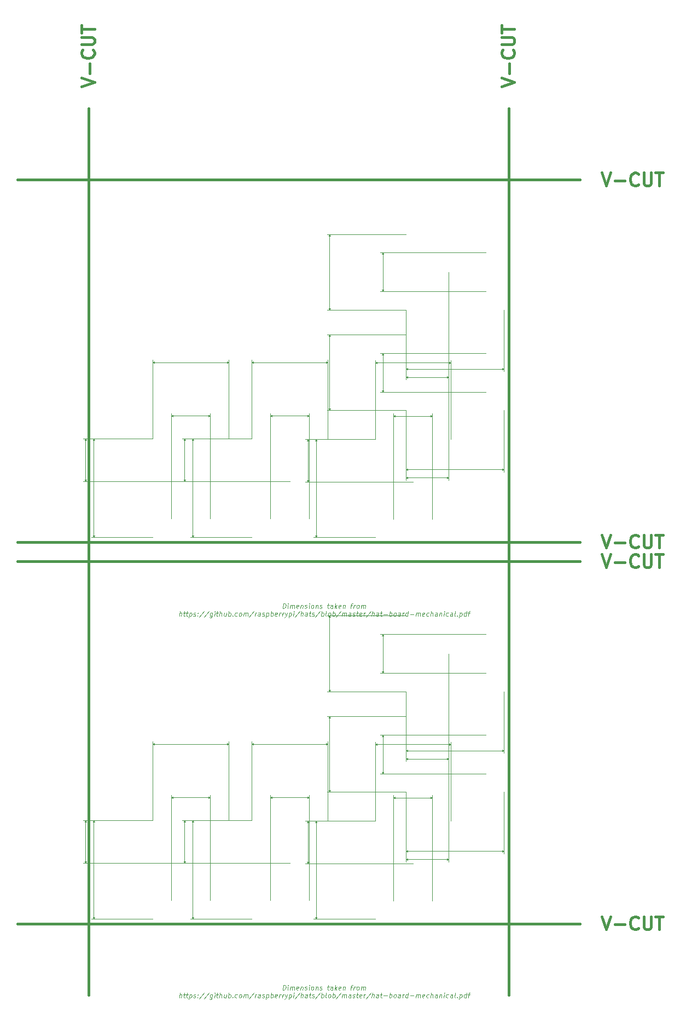
<source format=gbr>
G04 #@! TF.GenerationSoftware,KiCad,Pcbnew,6.0.7+dfsg-1+b1*
G04 #@! TF.CreationDate,2022-09-08T22:48:16+01:00*
G04 #@! TF.ProjectId,panel,70616e65-6c2e-46b6-9963-61645f706362,rev?*
G04 #@! TF.SameCoordinates,Original*
G04 #@! TF.FileFunction,Other,Comment*
%FSLAX46Y46*%
G04 Gerber Fmt 4.6, Leading zero omitted, Abs format (unit mm)*
G04 Created by KiCad (PCBNEW 6.0.7+dfsg-1+b1) date 2022-09-08 22:48:16*
%MOMM*%
%LPD*%
G01*
G04 APERTURE LIST*
%ADD10C,0.400000*%
%ADD11C,0.120000*%
%ADD12C,0.100000*%
G04 APERTURE END LIST*
D10*
X12000000Y-23000000D02*
X99000000Y-23000000D01*
X12000000Y-138000000D02*
X99000000Y-138000000D01*
X88000000Y-12000000D02*
X88000000Y-149000000D01*
X23000000Y-12000000D02*
X23000000Y-149000000D01*
X12000000Y-79000000D02*
X99000000Y-79000000D01*
X12000000Y-82000000D02*
X99000000Y-82000000D01*
X102450476Y-21904761D02*
X103117142Y-23904761D01*
X103783809Y-21904761D01*
X104450476Y-23142857D02*
X105974285Y-23142857D01*
X108069523Y-23714285D02*
X107974285Y-23809523D01*
X107688571Y-23904761D01*
X107498095Y-23904761D01*
X107212380Y-23809523D01*
X107021904Y-23619047D01*
X106926666Y-23428571D01*
X106831428Y-23047619D01*
X106831428Y-22761904D01*
X106926666Y-22380952D01*
X107021904Y-22190476D01*
X107212380Y-22000000D01*
X107498095Y-21904761D01*
X107688571Y-21904761D01*
X107974285Y-22000000D01*
X108069523Y-22095238D01*
X108926666Y-21904761D02*
X108926666Y-23523809D01*
X109021904Y-23714285D01*
X109117142Y-23809523D01*
X109307619Y-23904761D01*
X109688571Y-23904761D01*
X109879047Y-23809523D01*
X109974285Y-23714285D01*
X110069523Y-23523809D01*
X110069523Y-21904761D01*
X110736190Y-21904761D02*
X111879047Y-21904761D01*
X111307619Y-23904761D02*
X111307619Y-21904761D01*
X86904761Y-8549523D02*
X88904761Y-7882857D01*
X86904761Y-7216190D01*
X88142857Y-6549523D02*
X88142857Y-5025714D01*
X88714285Y-2930476D02*
X88809523Y-3025714D01*
X88904761Y-3311428D01*
X88904761Y-3501904D01*
X88809523Y-3787619D01*
X88619047Y-3978095D01*
X88428571Y-4073333D01*
X88047619Y-4168571D01*
X87761904Y-4168571D01*
X87380952Y-4073333D01*
X87190476Y-3978095D01*
X87000000Y-3787619D01*
X86904761Y-3501904D01*
X86904761Y-3311428D01*
X87000000Y-3025714D01*
X87095238Y-2930476D01*
X86904761Y-2073333D02*
X88523809Y-2073333D01*
X88714285Y-1978095D01*
X88809523Y-1882857D01*
X88904761Y-1692380D01*
X88904761Y-1311428D01*
X88809523Y-1120952D01*
X88714285Y-1025714D01*
X88523809Y-930476D01*
X86904761Y-930476D01*
X86904761Y-263809D02*
X86904761Y879047D01*
X88904761Y307619D02*
X86904761Y307619D01*
X102450476Y-77904761D02*
X103117142Y-79904761D01*
X103783809Y-77904761D01*
X104450476Y-79142857D02*
X105974285Y-79142857D01*
X108069523Y-79714285D02*
X107974285Y-79809523D01*
X107688571Y-79904761D01*
X107498095Y-79904761D01*
X107212380Y-79809523D01*
X107021904Y-79619047D01*
X106926666Y-79428571D01*
X106831428Y-79047619D01*
X106831428Y-78761904D01*
X106926666Y-78380952D01*
X107021904Y-78190476D01*
X107212380Y-78000000D01*
X107498095Y-77904761D01*
X107688571Y-77904761D01*
X107974285Y-78000000D01*
X108069523Y-78095238D01*
X108926666Y-77904761D02*
X108926666Y-79523809D01*
X109021904Y-79714285D01*
X109117142Y-79809523D01*
X109307619Y-79904761D01*
X109688571Y-79904761D01*
X109879047Y-79809523D01*
X109974285Y-79714285D01*
X110069523Y-79523809D01*
X110069523Y-77904761D01*
X110736190Y-77904761D02*
X111879047Y-77904761D01*
X111307619Y-79904761D02*
X111307619Y-77904761D01*
D11*
X53053995Y-89235535D02*
X53147745Y-88485535D01*
X53326316Y-88485535D01*
X53428995Y-88521250D01*
X53491495Y-88592678D01*
X53518281Y-88664107D01*
X53536138Y-88806964D01*
X53522745Y-88914107D01*
X53469174Y-89056964D01*
X53424531Y-89128392D01*
X53344174Y-89199821D01*
X53232566Y-89235535D01*
X53053995Y-89235535D01*
X53803995Y-89235535D02*
X53866495Y-88735535D01*
X53897745Y-88485535D02*
X53857566Y-88521250D01*
X53888816Y-88556964D01*
X53928995Y-88521250D01*
X53897745Y-88485535D01*
X53888816Y-88556964D01*
X54161138Y-89235535D02*
X54223638Y-88735535D01*
X54214709Y-88806964D02*
X54254888Y-88771250D01*
X54330781Y-88735535D01*
X54437924Y-88735535D01*
X54504888Y-88771250D01*
X54531674Y-88842678D01*
X54482566Y-89235535D01*
X54531674Y-88842678D02*
X54576316Y-88771250D01*
X54652209Y-88735535D01*
X54759352Y-88735535D01*
X54826316Y-88771250D01*
X54853102Y-88842678D01*
X54803995Y-89235535D01*
X55451316Y-89199821D02*
X55375424Y-89235535D01*
X55232566Y-89235535D01*
X55165602Y-89199821D01*
X55138816Y-89128392D01*
X55174531Y-88842678D01*
X55219174Y-88771250D01*
X55295066Y-88735535D01*
X55437924Y-88735535D01*
X55504888Y-88771250D01*
X55531674Y-88842678D01*
X55522745Y-88914107D01*
X55156674Y-88985535D01*
X55866495Y-88735535D02*
X55803995Y-89235535D01*
X55857566Y-88806964D02*
X55897745Y-88771250D01*
X55973638Y-88735535D01*
X56080781Y-88735535D01*
X56147745Y-88771250D01*
X56174531Y-88842678D01*
X56125424Y-89235535D01*
X56451316Y-89199821D02*
X56518281Y-89235535D01*
X56661138Y-89235535D01*
X56737031Y-89199821D01*
X56781674Y-89128392D01*
X56786138Y-89092678D01*
X56759352Y-89021250D01*
X56692388Y-88985535D01*
X56585245Y-88985535D01*
X56518281Y-88949821D01*
X56491495Y-88878392D01*
X56495959Y-88842678D01*
X56540602Y-88771250D01*
X56616495Y-88735535D01*
X56723638Y-88735535D01*
X56790602Y-88771250D01*
X57089709Y-89235535D02*
X57152209Y-88735535D01*
X57183459Y-88485535D02*
X57143281Y-88521250D01*
X57174531Y-88556964D01*
X57214709Y-88521250D01*
X57183459Y-88485535D01*
X57174531Y-88556964D01*
X57553995Y-89235535D02*
X57487031Y-89199821D01*
X57455781Y-89164107D01*
X57428995Y-89092678D01*
X57455781Y-88878392D01*
X57500424Y-88806964D01*
X57540602Y-88771250D01*
X57616495Y-88735535D01*
X57723638Y-88735535D01*
X57790602Y-88771250D01*
X57821852Y-88806964D01*
X57848638Y-88878392D01*
X57821852Y-89092678D01*
X57777209Y-89164107D01*
X57737031Y-89199821D01*
X57661138Y-89235535D01*
X57553995Y-89235535D01*
X58187924Y-88735535D02*
X58125424Y-89235535D01*
X58178995Y-88806964D02*
X58219174Y-88771250D01*
X58295066Y-88735535D01*
X58402209Y-88735535D01*
X58469174Y-88771250D01*
X58495959Y-88842678D01*
X58446852Y-89235535D01*
X58772745Y-89199821D02*
X58839709Y-89235535D01*
X58982566Y-89235535D01*
X59058459Y-89199821D01*
X59103102Y-89128392D01*
X59107566Y-89092678D01*
X59080781Y-89021250D01*
X59013816Y-88985535D01*
X58906674Y-88985535D01*
X58839709Y-88949821D01*
X58812924Y-88878392D01*
X58817388Y-88842678D01*
X58862031Y-88771250D01*
X58937924Y-88735535D01*
X59045066Y-88735535D01*
X59112031Y-88771250D01*
X59937924Y-88735535D02*
X60223638Y-88735535D01*
X60076316Y-88485535D02*
X59995959Y-89128392D01*
X60022745Y-89199821D01*
X60089709Y-89235535D01*
X60161138Y-89235535D01*
X60732566Y-89235535D02*
X60781674Y-88842678D01*
X60754888Y-88771250D01*
X60687924Y-88735535D01*
X60545066Y-88735535D01*
X60469174Y-88771250D01*
X60737031Y-89199821D02*
X60661138Y-89235535D01*
X60482566Y-89235535D01*
X60415602Y-89199821D01*
X60388816Y-89128392D01*
X60397745Y-89056964D01*
X60442388Y-88985535D01*
X60518281Y-88949821D01*
X60696852Y-88949821D01*
X60772745Y-88914107D01*
X61089709Y-89235535D02*
X61183459Y-88485535D01*
X61196852Y-88949821D02*
X61375424Y-89235535D01*
X61437924Y-88735535D02*
X61116495Y-89021250D01*
X61987031Y-89199821D02*
X61911138Y-89235535D01*
X61768281Y-89235535D01*
X61701316Y-89199821D01*
X61674531Y-89128392D01*
X61710245Y-88842678D01*
X61754888Y-88771250D01*
X61830781Y-88735535D01*
X61973638Y-88735535D01*
X62040602Y-88771250D01*
X62067388Y-88842678D01*
X62058459Y-88914107D01*
X61692388Y-88985535D01*
X62402209Y-88735535D02*
X62339709Y-89235535D01*
X62393281Y-88806964D02*
X62433459Y-88771250D01*
X62509352Y-88735535D01*
X62616495Y-88735535D01*
X62683459Y-88771250D01*
X62710245Y-88842678D01*
X62661138Y-89235535D01*
X63545066Y-88735535D02*
X63830781Y-88735535D01*
X63589709Y-89235535D02*
X63670066Y-88592678D01*
X63714709Y-88521250D01*
X63790602Y-88485535D01*
X63862031Y-88485535D01*
X64018281Y-89235535D02*
X64080781Y-88735535D01*
X64062924Y-88878392D02*
X64107566Y-88806964D01*
X64147745Y-88771250D01*
X64223638Y-88735535D01*
X64295066Y-88735535D01*
X64589709Y-89235535D02*
X64522745Y-89199821D01*
X64491495Y-89164107D01*
X64464709Y-89092678D01*
X64491495Y-88878392D01*
X64536138Y-88806964D01*
X64576316Y-88771250D01*
X64652209Y-88735535D01*
X64759352Y-88735535D01*
X64826316Y-88771250D01*
X64857566Y-88806964D01*
X64884352Y-88878392D01*
X64857566Y-89092678D01*
X64812924Y-89164107D01*
X64772745Y-89199821D01*
X64696852Y-89235535D01*
X64589709Y-89235535D01*
X65161138Y-89235535D02*
X65223638Y-88735535D01*
X65214709Y-88806964D02*
X65254888Y-88771250D01*
X65330781Y-88735535D01*
X65437924Y-88735535D01*
X65504888Y-88771250D01*
X65531674Y-88842678D01*
X65482566Y-89235535D01*
X65531674Y-88842678D02*
X65576316Y-88771250D01*
X65652209Y-88735535D01*
X65759352Y-88735535D01*
X65826316Y-88771250D01*
X65853102Y-88842678D01*
X65803995Y-89235535D01*
X37036138Y-90443035D02*
X37129888Y-89693035D01*
X37357566Y-90443035D02*
X37406674Y-90050178D01*
X37379888Y-89978750D01*
X37312924Y-89943035D01*
X37205781Y-89943035D01*
X37129888Y-89978750D01*
X37089709Y-90014464D01*
X37670066Y-89943035D02*
X37955781Y-89943035D01*
X37808459Y-89693035D02*
X37728102Y-90335892D01*
X37754888Y-90407321D01*
X37821852Y-90443035D01*
X37893281Y-90443035D01*
X38098638Y-89943035D02*
X38384352Y-89943035D01*
X38237031Y-89693035D02*
X38156674Y-90335892D01*
X38183459Y-90407321D01*
X38250424Y-90443035D01*
X38321852Y-90443035D01*
X38634352Y-89943035D02*
X38540602Y-90693035D01*
X38629888Y-89978750D02*
X38705781Y-89943035D01*
X38848638Y-89943035D01*
X38915602Y-89978750D01*
X38946852Y-90014464D01*
X38973638Y-90085892D01*
X38946852Y-90300178D01*
X38902209Y-90371607D01*
X38862031Y-90407321D01*
X38786138Y-90443035D01*
X38643281Y-90443035D01*
X38576316Y-90407321D01*
X39219174Y-90407321D02*
X39286138Y-90443035D01*
X39428995Y-90443035D01*
X39504888Y-90407321D01*
X39549531Y-90335892D01*
X39553995Y-90300178D01*
X39527209Y-90228750D01*
X39460245Y-90193035D01*
X39353102Y-90193035D01*
X39286138Y-90157321D01*
X39259352Y-90085892D01*
X39263816Y-90050178D01*
X39308459Y-89978750D01*
X39384352Y-89943035D01*
X39491495Y-89943035D01*
X39558459Y-89978750D01*
X39866495Y-90371607D02*
X39897745Y-90407321D01*
X39857566Y-90443035D01*
X39826316Y-90407321D01*
X39866495Y-90371607D01*
X39857566Y-90443035D01*
X39915602Y-89978750D02*
X39946852Y-90014464D01*
X39906674Y-90050178D01*
X39875424Y-90014464D01*
X39915602Y-89978750D01*
X39906674Y-90050178D01*
X40848638Y-89657321D02*
X40085245Y-90621607D01*
X41634352Y-89657321D02*
X40870959Y-90621607D01*
X42170066Y-89943035D02*
X42094174Y-90550178D01*
X42049531Y-90621607D01*
X42009352Y-90657321D01*
X41933459Y-90693035D01*
X41826316Y-90693035D01*
X41759352Y-90657321D01*
X42112031Y-90407321D02*
X42036138Y-90443035D01*
X41893281Y-90443035D01*
X41826316Y-90407321D01*
X41795066Y-90371607D01*
X41768281Y-90300178D01*
X41795066Y-90085892D01*
X41839709Y-90014464D01*
X41879888Y-89978750D01*
X41955781Y-89943035D01*
X42098638Y-89943035D01*
X42165602Y-89978750D01*
X42464709Y-90443035D02*
X42527209Y-89943035D01*
X42558459Y-89693035D02*
X42518281Y-89728750D01*
X42549531Y-89764464D01*
X42589709Y-89728750D01*
X42558459Y-89693035D01*
X42549531Y-89764464D01*
X42777209Y-89943035D02*
X43062924Y-89943035D01*
X42915602Y-89693035D02*
X42835245Y-90335892D01*
X42862031Y-90407321D01*
X42928995Y-90443035D01*
X43000424Y-90443035D01*
X43250424Y-90443035D02*
X43344174Y-89693035D01*
X43571852Y-90443035D02*
X43620959Y-90050178D01*
X43594174Y-89978750D01*
X43527209Y-89943035D01*
X43420066Y-89943035D01*
X43344174Y-89978750D01*
X43303995Y-90014464D01*
X44312924Y-89943035D02*
X44250424Y-90443035D01*
X43991495Y-89943035D02*
X43942388Y-90335892D01*
X43969174Y-90407321D01*
X44036138Y-90443035D01*
X44143281Y-90443035D01*
X44219174Y-90407321D01*
X44259352Y-90371607D01*
X44607566Y-90443035D02*
X44701316Y-89693035D01*
X44665602Y-89978750D02*
X44741495Y-89943035D01*
X44884352Y-89943035D01*
X44951316Y-89978750D01*
X44982566Y-90014464D01*
X45009352Y-90085892D01*
X44982566Y-90300178D01*
X44937924Y-90371607D01*
X44897745Y-90407321D01*
X44821852Y-90443035D01*
X44678995Y-90443035D01*
X44612031Y-90407321D01*
X45295066Y-90371607D02*
X45326316Y-90407321D01*
X45286138Y-90443035D01*
X45254888Y-90407321D01*
X45295066Y-90371607D01*
X45286138Y-90443035D01*
X45969174Y-90407321D02*
X45893281Y-90443035D01*
X45750424Y-90443035D01*
X45683459Y-90407321D01*
X45652209Y-90371607D01*
X45625424Y-90300178D01*
X45652209Y-90085892D01*
X45696852Y-90014464D01*
X45737031Y-89978750D01*
X45812924Y-89943035D01*
X45955781Y-89943035D01*
X46022745Y-89978750D01*
X46393281Y-90443035D02*
X46326316Y-90407321D01*
X46295066Y-90371607D01*
X46268281Y-90300178D01*
X46295066Y-90085892D01*
X46339709Y-90014464D01*
X46379888Y-89978750D01*
X46455781Y-89943035D01*
X46562924Y-89943035D01*
X46629888Y-89978750D01*
X46661138Y-90014464D01*
X46687924Y-90085892D01*
X46661138Y-90300178D01*
X46616495Y-90371607D01*
X46576316Y-90407321D01*
X46500424Y-90443035D01*
X46393281Y-90443035D01*
X46964709Y-90443035D02*
X47027209Y-89943035D01*
X47018281Y-90014464D02*
X47058459Y-89978750D01*
X47134352Y-89943035D01*
X47241495Y-89943035D01*
X47308459Y-89978750D01*
X47335245Y-90050178D01*
X47286138Y-90443035D01*
X47335245Y-90050178D02*
X47379888Y-89978750D01*
X47455781Y-89943035D01*
X47562924Y-89943035D01*
X47629888Y-89978750D01*
X47656674Y-90050178D01*
X47607566Y-90443035D01*
X48598638Y-89657321D02*
X47835245Y-90621607D01*
X48750424Y-90443035D02*
X48812924Y-89943035D01*
X48795066Y-90085892D02*
X48839709Y-90014464D01*
X48879888Y-89978750D01*
X48955781Y-89943035D01*
X49027209Y-89943035D01*
X49536138Y-90443035D02*
X49585245Y-90050178D01*
X49558459Y-89978750D01*
X49491495Y-89943035D01*
X49348638Y-89943035D01*
X49272745Y-89978750D01*
X49540602Y-90407321D02*
X49464709Y-90443035D01*
X49286138Y-90443035D01*
X49219174Y-90407321D01*
X49192388Y-90335892D01*
X49201316Y-90264464D01*
X49245959Y-90193035D01*
X49321852Y-90157321D01*
X49500424Y-90157321D01*
X49576316Y-90121607D01*
X49862031Y-90407321D02*
X49928995Y-90443035D01*
X50071852Y-90443035D01*
X50147745Y-90407321D01*
X50192388Y-90335892D01*
X50196852Y-90300178D01*
X50170066Y-90228750D01*
X50103102Y-90193035D01*
X49995959Y-90193035D01*
X49928995Y-90157321D01*
X49902209Y-90085892D01*
X49906674Y-90050178D01*
X49951316Y-89978750D01*
X50027209Y-89943035D01*
X50134352Y-89943035D01*
X50201316Y-89978750D01*
X50562924Y-89943035D02*
X50469174Y-90693035D01*
X50558459Y-89978750D02*
X50634352Y-89943035D01*
X50777209Y-89943035D01*
X50844174Y-89978750D01*
X50875424Y-90014464D01*
X50902209Y-90085892D01*
X50875424Y-90300178D01*
X50830781Y-90371607D01*
X50790602Y-90407321D01*
X50714709Y-90443035D01*
X50571852Y-90443035D01*
X50504888Y-90407321D01*
X51178995Y-90443035D02*
X51272745Y-89693035D01*
X51237031Y-89978750D02*
X51312924Y-89943035D01*
X51455781Y-89943035D01*
X51522745Y-89978750D01*
X51553995Y-90014464D01*
X51580781Y-90085892D01*
X51553995Y-90300178D01*
X51509352Y-90371607D01*
X51469174Y-90407321D01*
X51393281Y-90443035D01*
X51250424Y-90443035D01*
X51183459Y-90407321D01*
X52147745Y-90407321D02*
X52071852Y-90443035D01*
X51928995Y-90443035D01*
X51862031Y-90407321D01*
X51835245Y-90335892D01*
X51870959Y-90050178D01*
X51915602Y-89978750D01*
X51991495Y-89943035D01*
X52134352Y-89943035D01*
X52201316Y-89978750D01*
X52228102Y-90050178D01*
X52219174Y-90121607D01*
X51853102Y-90193035D01*
X52500424Y-90443035D02*
X52562924Y-89943035D01*
X52545066Y-90085892D02*
X52589709Y-90014464D01*
X52629888Y-89978750D01*
X52705781Y-89943035D01*
X52777209Y-89943035D01*
X52964709Y-90443035D02*
X53027209Y-89943035D01*
X53009352Y-90085892D02*
X53053995Y-90014464D01*
X53094174Y-89978750D01*
X53170066Y-89943035D01*
X53241495Y-89943035D01*
X53420066Y-89943035D02*
X53536138Y-90443035D01*
X53777209Y-89943035D02*
X53536138Y-90443035D01*
X53442388Y-90621607D01*
X53402209Y-90657321D01*
X53326316Y-90693035D01*
X54062924Y-89943035D02*
X53969174Y-90693035D01*
X54058459Y-89978750D02*
X54134352Y-89943035D01*
X54277209Y-89943035D01*
X54344174Y-89978750D01*
X54375424Y-90014464D01*
X54402209Y-90085892D01*
X54375424Y-90300178D01*
X54330781Y-90371607D01*
X54290602Y-90407321D01*
X54214709Y-90443035D01*
X54071852Y-90443035D01*
X54004888Y-90407321D01*
X54678995Y-90443035D02*
X54741495Y-89943035D01*
X54772745Y-89693035D02*
X54732566Y-89728750D01*
X54763816Y-89764464D01*
X54803995Y-89728750D01*
X54772745Y-89693035D01*
X54763816Y-89764464D01*
X55670066Y-89657321D02*
X54906674Y-90621607D01*
X55821852Y-90443035D02*
X55915602Y-89693035D01*
X56143281Y-90443035D02*
X56192388Y-90050178D01*
X56165602Y-89978750D01*
X56098638Y-89943035D01*
X55991495Y-89943035D01*
X55915602Y-89978750D01*
X55875424Y-90014464D01*
X56821852Y-90443035D02*
X56870959Y-90050178D01*
X56844174Y-89978750D01*
X56777209Y-89943035D01*
X56634352Y-89943035D01*
X56558459Y-89978750D01*
X56826316Y-90407321D02*
X56750424Y-90443035D01*
X56571852Y-90443035D01*
X56504888Y-90407321D01*
X56478102Y-90335892D01*
X56487031Y-90264464D01*
X56531674Y-90193035D01*
X56607566Y-90157321D01*
X56786138Y-90157321D01*
X56862031Y-90121607D01*
X57134352Y-89943035D02*
X57420066Y-89943035D01*
X57272745Y-89693035D02*
X57192388Y-90335892D01*
X57219174Y-90407321D01*
X57286138Y-90443035D01*
X57357566Y-90443035D01*
X57576316Y-90407321D02*
X57643281Y-90443035D01*
X57786138Y-90443035D01*
X57862031Y-90407321D01*
X57906674Y-90335892D01*
X57911138Y-90300178D01*
X57884352Y-90228750D01*
X57817388Y-90193035D01*
X57710245Y-90193035D01*
X57643281Y-90157321D01*
X57616495Y-90085892D01*
X57620959Y-90050178D01*
X57665602Y-89978750D01*
X57741495Y-89943035D01*
X57848638Y-89943035D01*
X57915602Y-89978750D01*
X58848638Y-89657321D02*
X58085245Y-90621607D01*
X59000424Y-90443035D02*
X59094174Y-89693035D01*
X59058459Y-89978750D02*
X59134352Y-89943035D01*
X59277209Y-89943035D01*
X59344174Y-89978750D01*
X59375424Y-90014464D01*
X59402209Y-90085892D01*
X59375424Y-90300178D01*
X59330781Y-90371607D01*
X59290602Y-90407321D01*
X59214709Y-90443035D01*
X59071852Y-90443035D01*
X59004888Y-90407321D01*
X59786138Y-90443035D02*
X59719174Y-90407321D01*
X59692388Y-90335892D01*
X59772745Y-89693035D01*
X60178995Y-90443035D02*
X60112031Y-90407321D01*
X60080781Y-90371607D01*
X60053995Y-90300178D01*
X60080781Y-90085892D01*
X60125424Y-90014464D01*
X60165602Y-89978750D01*
X60241495Y-89943035D01*
X60348638Y-89943035D01*
X60415602Y-89978750D01*
X60446852Y-90014464D01*
X60473638Y-90085892D01*
X60446852Y-90300178D01*
X60402209Y-90371607D01*
X60362031Y-90407321D01*
X60286138Y-90443035D01*
X60178995Y-90443035D01*
X60750424Y-90443035D02*
X60844174Y-89693035D01*
X60808459Y-89978750D02*
X60884352Y-89943035D01*
X61027209Y-89943035D01*
X61094174Y-89978750D01*
X61125424Y-90014464D01*
X61152209Y-90085892D01*
X61125424Y-90300178D01*
X61080781Y-90371607D01*
X61040602Y-90407321D01*
X60964709Y-90443035D01*
X60821852Y-90443035D01*
X60754888Y-90407321D01*
X62062924Y-89657321D02*
X61299531Y-90621607D01*
X62214709Y-90443035D02*
X62277209Y-89943035D01*
X62268281Y-90014464D02*
X62308459Y-89978750D01*
X62384352Y-89943035D01*
X62491495Y-89943035D01*
X62558459Y-89978750D01*
X62585245Y-90050178D01*
X62536138Y-90443035D01*
X62585245Y-90050178D02*
X62629888Y-89978750D01*
X62705781Y-89943035D01*
X62812924Y-89943035D01*
X62879888Y-89978750D01*
X62906674Y-90050178D01*
X62857566Y-90443035D01*
X63536138Y-90443035D02*
X63585245Y-90050178D01*
X63558459Y-89978750D01*
X63491495Y-89943035D01*
X63348638Y-89943035D01*
X63272745Y-89978750D01*
X63540602Y-90407321D02*
X63464709Y-90443035D01*
X63286138Y-90443035D01*
X63219174Y-90407321D01*
X63192388Y-90335892D01*
X63201316Y-90264464D01*
X63245959Y-90193035D01*
X63321852Y-90157321D01*
X63500424Y-90157321D01*
X63576316Y-90121607D01*
X63862031Y-90407321D02*
X63928995Y-90443035D01*
X64071852Y-90443035D01*
X64147745Y-90407321D01*
X64192388Y-90335892D01*
X64196852Y-90300178D01*
X64170066Y-90228750D01*
X64103102Y-90193035D01*
X63995959Y-90193035D01*
X63928995Y-90157321D01*
X63902209Y-90085892D01*
X63906674Y-90050178D01*
X63951316Y-89978750D01*
X64027209Y-89943035D01*
X64134352Y-89943035D01*
X64201316Y-89978750D01*
X64455781Y-89943035D02*
X64741495Y-89943035D01*
X64594174Y-89693035D02*
X64513816Y-90335892D01*
X64540602Y-90407321D01*
X64607566Y-90443035D01*
X64678995Y-90443035D01*
X65219174Y-90407321D02*
X65143281Y-90443035D01*
X65000424Y-90443035D01*
X64933459Y-90407321D01*
X64906674Y-90335892D01*
X64942388Y-90050178D01*
X64987031Y-89978750D01*
X65062924Y-89943035D01*
X65205781Y-89943035D01*
X65272745Y-89978750D01*
X65299531Y-90050178D01*
X65290602Y-90121607D01*
X64924531Y-90193035D01*
X65571852Y-90443035D02*
X65634352Y-89943035D01*
X65616495Y-90085892D02*
X65661138Y-90014464D01*
X65701316Y-89978750D01*
X65777209Y-89943035D01*
X65848638Y-89943035D01*
X66670066Y-89657321D02*
X65906674Y-90621607D01*
X66821852Y-90443035D02*
X66915602Y-89693035D01*
X67143281Y-90443035D02*
X67192388Y-90050178D01*
X67165602Y-89978750D01*
X67098638Y-89943035D01*
X66991495Y-89943035D01*
X66915602Y-89978750D01*
X66875424Y-90014464D01*
X67821852Y-90443035D02*
X67870959Y-90050178D01*
X67844174Y-89978750D01*
X67777209Y-89943035D01*
X67634352Y-89943035D01*
X67558459Y-89978750D01*
X67826316Y-90407321D02*
X67750424Y-90443035D01*
X67571852Y-90443035D01*
X67504888Y-90407321D01*
X67478102Y-90335892D01*
X67487031Y-90264464D01*
X67531674Y-90193035D01*
X67607566Y-90157321D01*
X67786138Y-90157321D01*
X67862031Y-90121607D01*
X68134352Y-89943035D02*
X68420066Y-89943035D01*
X68272745Y-89693035D02*
X68192388Y-90335892D01*
X68219174Y-90407321D01*
X68286138Y-90443035D01*
X68357566Y-90443035D01*
X68643281Y-90157321D02*
X69214709Y-90157321D01*
X69536138Y-90443035D02*
X69629888Y-89693035D01*
X69594174Y-89978750D02*
X69670066Y-89943035D01*
X69812924Y-89943035D01*
X69879888Y-89978750D01*
X69911138Y-90014464D01*
X69937924Y-90085892D01*
X69911138Y-90300178D01*
X69866495Y-90371607D01*
X69826316Y-90407321D01*
X69750424Y-90443035D01*
X69607566Y-90443035D01*
X69540602Y-90407321D01*
X70321852Y-90443035D02*
X70254888Y-90407321D01*
X70223638Y-90371607D01*
X70196852Y-90300178D01*
X70223638Y-90085892D01*
X70268281Y-90014464D01*
X70308459Y-89978750D01*
X70384352Y-89943035D01*
X70491495Y-89943035D01*
X70558459Y-89978750D01*
X70589709Y-90014464D01*
X70616495Y-90085892D01*
X70589709Y-90300178D01*
X70545066Y-90371607D01*
X70504888Y-90407321D01*
X70428995Y-90443035D01*
X70321852Y-90443035D01*
X71214709Y-90443035D02*
X71263816Y-90050178D01*
X71237031Y-89978750D01*
X71170066Y-89943035D01*
X71027209Y-89943035D01*
X70951316Y-89978750D01*
X71219174Y-90407321D02*
X71143281Y-90443035D01*
X70964709Y-90443035D01*
X70897745Y-90407321D01*
X70870959Y-90335892D01*
X70879888Y-90264464D01*
X70924531Y-90193035D01*
X71000424Y-90157321D01*
X71178995Y-90157321D01*
X71254888Y-90121607D01*
X71571852Y-90443035D02*
X71634352Y-89943035D01*
X71616495Y-90085892D02*
X71661138Y-90014464D01*
X71701316Y-89978750D01*
X71777209Y-89943035D01*
X71848638Y-89943035D01*
X72357566Y-90443035D02*
X72451316Y-89693035D01*
X72362031Y-90407321D02*
X72286138Y-90443035D01*
X72143281Y-90443035D01*
X72076316Y-90407321D01*
X72045066Y-90371607D01*
X72018281Y-90300178D01*
X72045066Y-90085892D01*
X72089709Y-90014464D01*
X72129888Y-89978750D01*
X72205781Y-89943035D01*
X72348638Y-89943035D01*
X72415602Y-89978750D01*
X72750424Y-90157321D02*
X73321852Y-90157321D01*
X73643281Y-90443035D02*
X73705781Y-89943035D01*
X73696852Y-90014464D02*
X73737031Y-89978750D01*
X73812924Y-89943035D01*
X73920066Y-89943035D01*
X73987031Y-89978750D01*
X74013816Y-90050178D01*
X73964709Y-90443035D01*
X74013816Y-90050178D02*
X74058459Y-89978750D01*
X74134352Y-89943035D01*
X74241495Y-89943035D01*
X74308459Y-89978750D01*
X74335245Y-90050178D01*
X74286138Y-90443035D01*
X74933459Y-90407321D02*
X74857566Y-90443035D01*
X74714709Y-90443035D01*
X74647745Y-90407321D01*
X74620959Y-90335892D01*
X74656674Y-90050178D01*
X74701316Y-89978750D01*
X74777209Y-89943035D01*
X74920066Y-89943035D01*
X74987031Y-89978750D01*
X75013816Y-90050178D01*
X75004888Y-90121607D01*
X74638816Y-90193035D01*
X75612031Y-90407321D02*
X75536138Y-90443035D01*
X75393281Y-90443035D01*
X75326316Y-90407321D01*
X75295066Y-90371607D01*
X75268281Y-90300178D01*
X75295066Y-90085892D01*
X75339709Y-90014464D01*
X75379888Y-89978750D01*
X75455781Y-89943035D01*
X75598638Y-89943035D01*
X75665602Y-89978750D01*
X75928995Y-90443035D02*
X76022745Y-89693035D01*
X76250424Y-90443035D02*
X76299531Y-90050178D01*
X76272745Y-89978750D01*
X76205781Y-89943035D01*
X76098638Y-89943035D01*
X76022745Y-89978750D01*
X75982566Y-90014464D01*
X76928995Y-90443035D02*
X76978102Y-90050178D01*
X76951316Y-89978750D01*
X76884352Y-89943035D01*
X76741495Y-89943035D01*
X76665602Y-89978750D01*
X76933459Y-90407321D02*
X76857566Y-90443035D01*
X76678995Y-90443035D01*
X76612031Y-90407321D01*
X76585245Y-90335892D01*
X76594174Y-90264464D01*
X76638816Y-90193035D01*
X76714709Y-90157321D01*
X76893281Y-90157321D01*
X76969174Y-90121607D01*
X77348638Y-89943035D02*
X77286138Y-90443035D01*
X77339709Y-90014464D02*
X77379888Y-89978750D01*
X77455781Y-89943035D01*
X77562924Y-89943035D01*
X77629888Y-89978750D01*
X77656674Y-90050178D01*
X77607566Y-90443035D01*
X77964709Y-90443035D02*
X78027209Y-89943035D01*
X78058459Y-89693035D02*
X78018281Y-89728750D01*
X78049531Y-89764464D01*
X78089709Y-89728750D01*
X78058459Y-89693035D01*
X78049531Y-89764464D01*
X78647745Y-90407321D02*
X78571852Y-90443035D01*
X78428995Y-90443035D01*
X78362031Y-90407321D01*
X78330781Y-90371607D01*
X78303995Y-90300178D01*
X78330781Y-90085892D01*
X78375424Y-90014464D01*
X78415602Y-89978750D01*
X78491495Y-89943035D01*
X78634352Y-89943035D01*
X78701316Y-89978750D01*
X79286138Y-90443035D02*
X79335245Y-90050178D01*
X79308459Y-89978750D01*
X79241495Y-89943035D01*
X79098638Y-89943035D01*
X79022745Y-89978750D01*
X79290602Y-90407321D02*
X79214709Y-90443035D01*
X79036138Y-90443035D01*
X78969174Y-90407321D01*
X78942388Y-90335892D01*
X78951316Y-90264464D01*
X78995959Y-90193035D01*
X79071852Y-90157321D01*
X79250424Y-90157321D01*
X79326316Y-90121607D01*
X79750424Y-90443035D02*
X79683459Y-90407321D01*
X79656674Y-90335892D01*
X79737031Y-89693035D01*
X80045066Y-90371607D02*
X80076316Y-90407321D01*
X80036138Y-90443035D01*
X80004888Y-90407321D01*
X80045066Y-90371607D01*
X80036138Y-90443035D01*
X80455781Y-89943035D02*
X80362031Y-90693035D01*
X80451316Y-89978750D02*
X80527209Y-89943035D01*
X80670066Y-89943035D01*
X80737031Y-89978750D01*
X80768281Y-90014464D01*
X80795066Y-90085892D01*
X80768281Y-90300178D01*
X80723638Y-90371607D01*
X80683459Y-90407321D01*
X80607566Y-90443035D01*
X80464709Y-90443035D01*
X80397745Y-90407321D01*
X81393281Y-90443035D02*
X81487031Y-89693035D01*
X81397745Y-90407321D02*
X81321852Y-90443035D01*
X81178995Y-90443035D01*
X81112031Y-90407321D01*
X81080781Y-90371607D01*
X81053995Y-90300178D01*
X81080781Y-90085892D01*
X81125424Y-90014464D01*
X81165602Y-89978750D01*
X81241495Y-89943035D01*
X81384352Y-89943035D01*
X81451316Y-89978750D01*
X81705781Y-89943035D02*
X81991495Y-89943035D01*
X81750424Y-90443035D02*
X81830781Y-89800178D01*
X81875424Y-89728750D01*
X81951316Y-89693035D01*
X82022745Y-89693035D01*
X53053995Y-148235535D02*
X53147745Y-147485535D01*
X53326316Y-147485535D01*
X53428995Y-147521250D01*
X53491495Y-147592678D01*
X53518281Y-147664107D01*
X53536138Y-147806964D01*
X53522745Y-147914107D01*
X53469174Y-148056964D01*
X53424531Y-148128392D01*
X53344174Y-148199821D01*
X53232566Y-148235535D01*
X53053995Y-148235535D01*
X53803995Y-148235535D02*
X53866495Y-147735535D01*
X53897745Y-147485535D02*
X53857566Y-147521250D01*
X53888816Y-147556964D01*
X53928995Y-147521250D01*
X53897745Y-147485535D01*
X53888816Y-147556964D01*
X54161138Y-148235535D02*
X54223638Y-147735535D01*
X54214709Y-147806964D02*
X54254888Y-147771250D01*
X54330781Y-147735535D01*
X54437924Y-147735535D01*
X54504888Y-147771250D01*
X54531674Y-147842678D01*
X54482566Y-148235535D01*
X54531674Y-147842678D02*
X54576316Y-147771250D01*
X54652209Y-147735535D01*
X54759352Y-147735535D01*
X54826316Y-147771250D01*
X54853102Y-147842678D01*
X54803995Y-148235535D01*
X55451316Y-148199821D02*
X55375424Y-148235535D01*
X55232566Y-148235535D01*
X55165602Y-148199821D01*
X55138816Y-148128392D01*
X55174531Y-147842678D01*
X55219174Y-147771250D01*
X55295066Y-147735535D01*
X55437924Y-147735535D01*
X55504888Y-147771250D01*
X55531674Y-147842678D01*
X55522745Y-147914107D01*
X55156674Y-147985535D01*
X55866495Y-147735535D02*
X55803995Y-148235535D01*
X55857566Y-147806964D02*
X55897745Y-147771250D01*
X55973638Y-147735535D01*
X56080781Y-147735535D01*
X56147745Y-147771250D01*
X56174531Y-147842678D01*
X56125424Y-148235535D01*
X56451316Y-148199821D02*
X56518281Y-148235535D01*
X56661138Y-148235535D01*
X56737031Y-148199821D01*
X56781674Y-148128392D01*
X56786138Y-148092678D01*
X56759352Y-148021250D01*
X56692388Y-147985535D01*
X56585245Y-147985535D01*
X56518281Y-147949821D01*
X56491495Y-147878392D01*
X56495959Y-147842678D01*
X56540602Y-147771250D01*
X56616495Y-147735535D01*
X56723638Y-147735535D01*
X56790602Y-147771250D01*
X57089709Y-148235535D02*
X57152209Y-147735535D01*
X57183459Y-147485535D02*
X57143281Y-147521250D01*
X57174531Y-147556964D01*
X57214709Y-147521250D01*
X57183459Y-147485535D01*
X57174531Y-147556964D01*
X57553995Y-148235535D02*
X57487031Y-148199821D01*
X57455781Y-148164107D01*
X57428995Y-148092678D01*
X57455781Y-147878392D01*
X57500424Y-147806964D01*
X57540602Y-147771250D01*
X57616495Y-147735535D01*
X57723638Y-147735535D01*
X57790602Y-147771250D01*
X57821852Y-147806964D01*
X57848638Y-147878392D01*
X57821852Y-148092678D01*
X57777209Y-148164107D01*
X57737031Y-148199821D01*
X57661138Y-148235535D01*
X57553995Y-148235535D01*
X58187924Y-147735535D02*
X58125424Y-148235535D01*
X58178995Y-147806964D02*
X58219174Y-147771250D01*
X58295066Y-147735535D01*
X58402209Y-147735535D01*
X58469174Y-147771250D01*
X58495959Y-147842678D01*
X58446852Y-148235535D01*
X58772745Y-148199821D02*
X58839709Y-148235535D01*
X58982566Y-148235535D01*
X59058459Y-148199821D01*
X59103102Y-148128392D01*
X59107566Y-148092678D01*
X59080781Y-148021250D01*
X59013816Y-147985535D01*
X58906674Y-147985535D01*
X58839709Y-147949821D01*
X58812924Y-147878392D01*
X58817388Y-147842678D01*
X58862031Y-147771250D01*
X58937924Y-147735535D01*
X59045066Y-147735535D01*
X59112031Y-147771250D01*
X59937924Y-147735535D02*
X60223638Y-147735535D01*
X60076316Y-147485535D02*
X59995959Y-148128392D01*
X60022745Y-148199821D01*
X60089709Y-148235535D01*
X60161138Y-148235535D01*
X60732566Y-148235535D02*
X60781674Y-147842678D01*
X60754888Y-147771250D01*
X60687924Y-147735535D01*
X60545066Y-147735535D01*
X60469174Y-147771250D01*
X60737031Y-148199821D02*
X60661138Y-148235535D01*
X60482566Y-148235535D01*
X60415602Y-148199821D01*
X60388816Y-148128392D01*
X60397745Y-148056964D01*
X60442388Y-147985535D01*
X60518281Y-147949821D01*
X60696852Y-147949821D01*
X60772745Y-147914107D01*
X61089709Y-148235535D02*
X61183459Y-147485535D01*
X61196852Y-147949821D02*
X61375424Y-148235535D01*
X61437924Y-147735535D02*
X61116495Y-148021250D01*
X61987031Y-148199821D02*
X61911138Y-148235535D01*
X61768281Y-148235535D01*
X61701316Y-148199821D01*
X61674531Y-148128392D01*
X61710245Y-147842678D01*
X61754888Y-147771250D01*
X61830781Y-147735535D01*
X61973638Y-147735535D01*
X62040602Y-147771250D01*
X62067388Y-147842678D01*
X62058459Y-147914107D01*
X61692388Y-147985535D01*
X62402209Y-147735535D02*
X62339709Y-148235535D01*
X62393281Y-147806964D02*
X62433459Y-147771250D01*
X62509352Y-147735535D01*
X62616495Y-147735535D01*
X62683459Y-147771250D01*
X62710245Y-147842678D01*
X62661138Y-148235535D01*
X63545066Y-147735535D02*
X63830781Y-147735535D01*
X63589709Y-148235535D02*
X63670066Y-147592678D01*
X63714709Y-147521250D01*
X63790602Y-147485535D01*
X63862031Y-147485535D01*
X64018281Y-148235535D02*
X64080781Y-147735535D01*
X64062924Y-147878392D02*
X64107566Y-147806964D01*
X64147745Y-147771250D01*
X64223638Y-147735535D01*
X64295066Y-147735535D01*
X64589709Y-148235535D02*
X64522745Y-148199821D01*
X64491495Y-148164107D01*
X64464709Y-148092678D01*
X64491495Y-147878392D01*
X64536138Y-147806964D01*
X64576316Y-147771250D01*
X64652209Y-147735535D01*
X64759352Y-147735535D01*
X64826316Y-147771250D01*
X64857566Y-147806964D01*
X64884352Y-147878392D01*
X64857566Y-148092678D01*
X64812924Y-148164107D01*
X64772745Y-148199821D01*
X64696852Y-148235535D01*
X64589709Y-148235535D01*
X65161138Y-148235535D02*
X65223638Y-147735535D01*
X65214709Y-147806964D02*
X65254888Y-147771250D01*
X65330781Y-147735535D01*
X65437924Y-147735535D01*
X65504888Y-147771250D01*
X65531674Y-147842678D01*
X65482566Y-148235535D01*
X65531674Y-147842678D02*
X65576316Y-147771250D01*
X65652209Y-147735535D01*
X65759352Y-147735535D01*
X65826316Y-147771250D01*
X65853102Y-147842678D01*
X65803995Y-148235535D01*
X37036138Y-149443035D02*
X37129888Y-148693035D01*
X37357566Y-149443035D02*
X37406674Y-149050178D01*
X37379888Y-148978750D01*
X37312924Y-148943035D01*
X37205781Y-148943035D01*
X37129888Y-148978750D01*
X37089709Y-149014464D01*
X37670066Y-148943035D02*
X37955781Y-148943035D01*
X37808459Y-148693035D02*
X37728102Y-149335892D01*
X37754888Y-149407321D01*
X37821852Y-149443035D01*
X37893281Y-149443035D01*
X38098638Y-148943035D02*
X38384352Y-148943035D01*
X38237031Y-148693035D02*
X38156674Y-149335892D01*
X38183459Y-149407321D01*
X38250424Y-149443035D01*
X38321852Y-149443035D01*
X38634352Y-148943035D02*
X38540602Y-149693035D01*
X38629888Y-148978750D02*
X38705781Y-148943035D01*
X38848638Y-148943035D01*
X38915602Y-148978750D01*
X38946852Y-149014464D01*
X38973638Y-149085892D01*
X38946852Y-149300178D01*
X38902209Y-149371607D01*
X38862031Y-149407321D01*
X38786138Y-149443035D01*
X38643281Y-149443035D01*
X38576316Y-149407321D01*
X39219174Y-149407321D02*
X39286138Y-149443035D01*
X39428995Y-149443035D01*
X39504888Y-149407321D01*
X39549531Y-149335892D01*
X39553995Y-149300178D01*
X39527209Y-149228750D01*
X39460245Y-149193035D01*
X39353102Y-149193035D01*
X39286138Y-149157321D01*
X39259352Y-149085892D01*
X39263816Y-149050178D01*
X39308459Y-148978750D01*
X39384352Y-148943035D01*
X39491495Y-148943035D01*
X39558459Y-148978750D01*
X39866495Y-149371607D02*
X39897745Y-149407321D01*
X39857566Y-149443035D01*
X39826316Y-149407321D01*
X39866495Y-149371607D01*
X39857566Y-149443035D01*
X39915602Y-148978750D02*
X39946852Y-149014464D01*
X39906674Y-149050178D01*
X39875424Y-149014464D01*
X39915602Y-148978750D01*
X39906674Y-149050178D01*
X40848638Y-148657321D02*
X40085245Y-149621607D01*
X41634352Y-148657321D02*
X40870959Y-149621607D01*
X42170066Y-148943035D02*
X42094174Y-149550178D01*
X42049531Y-149621607D01*
X42009352Y-149657321D01*
X41933459Y-149693035D01*
X41826316Y-149693035D01*
X41759352Y-149657321D01*
X42112031Y-149407321D02*
X42036138Y-149443035D01*
X41893281Y-149443035D01*
X41826316Y-149407321D01*
X41795066Y-149371607D01*
X41768281Y-149300178D01*
X41795066Y-149085892D01*
X41839709Y-149014464D01*
X41879888Y-148978750D01*
X41955781Y-148943035D01*
X42098638Y-148943035D01*
X42165602Y-148978750D01*
X42464709Y-149443035D02*
X42527209Y-148943035D01*
X42558459Y-148693035D02*
X42518281Y-148728750D01*
X42549531Y-148764464D01*
X42589709Y-148728750D01*
X42558459Y-148693035D01*
X42549531Y-148764464D01*
X42777209Y-148943035D02*
X43062924Y-148943035D01*
X42915602Y-148693035D02*
X42835245Y-149335892D01*
X42862031Y-149407321D01*
X42928995Y-149443035D01*
X43000424Y-149443035D01*
X43250424Y-149443035D02*
X43344174Y-148693035D01*
X43571852Y-149443035D02*
X43620959Y-149050178D01*
X43594174Y-148978750D01*
X43527209Y-148943035D01*
X43420066Y-148943035D01*
X43344174Y-148978750D01*
X43303995Y-149014464D01*
X44312924Y-148943035D02*
X44250424Y-149443035D01*
X43991495Y-148943035D02*
X43942388Y-149335892D01*
X43969174Y-149407321D01*
X44036138Y-149443035D01*
X44143281Y-149443035D01*
X44219174Y-149407321D01*
X44259352Y-149371607D01*
X44607566Y-149443035D02*
X44701316Y-148693035D01*
X44665602Y-148978750D02*
X44741495Y-148943035D01*
X44884352Y-148943035D01*
X44951316Y-148978750D01*
X44982566Y-149014464D01*
X45009352Y-149085892D01*
X44982566Y-149300178D01*
X44937924Y-149371607D01*
X44897745Y-149407321D01*
X44821852Y-149443035D01*
X44678995Y-149443035D01*
X44612031Y-149407321D01*
X45295066Y-149371607D02*
X45326316Y-149407321D01*
X45286138Y-149443035D01*
X45254888Y-149407321D01*
X45295066Y-149371607D01*
X45286138Y-149443035D01*
X45969174Y-149407321D02*
X45893281Y-149443035D01*
X45750424Y-149443035D01*
X45683459Y-149407321D01*
X45652209Y-149371607D01*
X45625424Y-149300178D01*
X45652209Y-149085892D01*
X45696852Y-149014464D01*
X45737031Y-148978750D01*
X45812924Y-148943035D01*
X45955781Y-148943035D01*
X46022745Y-148978750D01*
X46393281Y-149443035D02*
X46326316Y-149407321D01*
X46295066Y-149371607D01*
X46268281Y-149300178D01*
X46295066Y-149085892D01*
X46339709Y-149014464D01*
X46379888Y-148978750D01*
X46455781Y-148943035D01*
X46562924Y-148943035D01*
X46629888Y-148978750D01*
X46661138Y-149014464D01*
X46687924Y-149085892D01*
X46661138Y-149300178D01*
X46616495Y-149371607D01*
X46576316Y-149407321D01*
X46500424Y-149443035D01*
X46393281Y-149443035D01*
X46964709Y-149443035D02*
X47027209Y-148943035D01*
X47018281Y-149014464D02*
X47058459Y-148978750D01*
X47134352Y-148943035D01*
X47241495Y-148943035D01*
X47308459Y-148978750D01*
X47335245Y-149050178D01*
X47286138Y-149443035D01*
X47335245Y-149050178D02*
X47379888Y-148978750D01*
X47455781Y-148943035D01*
X47562924Y-148943035D01*
X47629888Y-148978750D01*
X47656674Y-149050178D01*
X47607566Y-149443035D01*
X48598638Y-148657321D02*
X47835245Y-149621607D01*
X48750424Y-149443035D02*
X48812924Y-148943035D01*
X48795066Y-149085892D02*
X48839709Y-149014464D01*
X48879888Y-148978750D01*
X48955781Y-148943035D01*
X49027209Y-148943035D01*
X49536138Y-149443035D02*
X49585245Y-149050178D01*
X49558459Y-148978750D01*
X49491495Y-148943035D01*
X49348638Y-148943035D01*
X49272745Y-148978750D01*
X49540602Y-149407321D02*
X49464709Y-149443035D01*
X49286138Y-149443035D01*
X49219174Y-149407321D01*
X49192388Y-149335892D01*
X49201316Y-149264464D01*
X49245959Y-149193035D01*
X49321852Y-149157321D01*
X49500424Y-149157321D01*
X49576316Y-149121607D01*
X49862031Y-149407321D02*
X49928995Y-149443035D01*
X50071852Y-149443035D01*
X50147745Y-149407321D01*
X50192388Y-149335892D01*
X50196852Y-149300178D01*
X50170066Y-149228750D01*
X50103102Y-149193035D01*
X49995959Y-149193035D01*
X49928995Y-149157321D01*
X49902209Y-149085892D01*
X49906674Y-149050178D01*
X49951316Y-148978750D01*
X50027209Y-148943035D01*
X50134352Y-148943035D01*
X50201316Y-148978750D01*
X50562924Y-148943035D02*
X50469174Y-149693035D01*
X50558459Y-148978750D02*
X50634352Y-148943035D01*
X50777209Y-148943035D01*
X50844174Y-148978750D01*
X50875424Y-149014464D01*
X50902209Y-149085892D01*
X50875424Y-149300178D01*
X50830781Y-149371607D01*
X50790602Y-149407321D01*
X50714709Y-149443035D01*
X50571852Y-149443035D01*
X50504888Y-149407321D01*
X51178995Y-149443035D02*
X51272745Y-148693035D01*
X51237031Y-148978750D02*
X51312924Y-148943035D01*
X51455781Y-148943035D01*
X51522745Y-148978750D01*
X51553995Y-149014464D01*
X51580781Y-149085892D01*
X51553995Y-149300178D01*
X51509352Y-149371607D01*
X51469174Y-149407321D01*
X51393281Y-149443035D01*
X51250424Y-149443035D01*
X51183459Y-149407321D01*
X52147745Y-149407321D02*
X52071852Y-149443035D01*
X51928995Y-149443035D01*
X51862031Y-149407321D01*
X51835245Y-149335892D01*
X51870959Y-149050178D01*
X51915602Y-148978750D01*
X51991495Y-148943035D01*
X52134352Y-148943035D01*
X52201316Y-148978750D01*
X52228102Y-149050178D01*
X52219174Y-149121607D01*
X51853102Y-149193035D01*
X52500424Y-149443035D02*
X52562924Y-148943035D01*
X52545066Y-149085892D02*
X52589709Y-149014464D01*
X52629888Y-148978750D01*
X52705781Y-148943035D01*
X52777209Y-148943035D01*
X52964709Y-149443035D02*
X53027209Y-148943035D01*
X53009352Y-149085892D02*
X53053995Y-149014464D01*
X53094174Y-148978750D01*
X53170066Y-148943035D01*
X53241495Y-148943035D01*
X53420066Y-148943035D02*
X53536138Y-149443035D01*
X53777209Y-148943035D02*
X53536138Y-149443035D01*
X53442388Y-149621607D01*
X53402209Y-149657321D01*
X53326316Y-149693035D01*
X54062924Y-148943035D02*
X53969174Y-149693035D01*
X54058459Y-148978750D02*
X54134352Y-148943035D01*
X54277209Y-148943035D01*
X54344174Y-148978750D01*
X54375424Y-149014464D01*
X54402209Y-149085892D01*
X54375424Y-149300178D01*
X54330781Y-149371607D01*
X54290602Y-149407321D01*
X54214709Y-149443035D01*
X54071852Y-149443035D01*
X54004888Y-149407321D01*
X54678995Y-149443035D02*
X54741495Y-148943035D01*
X54772745Y-148693035D02*
X54732566Y-148728750D01*
X54763816Y-148764464D01*
X54803995Y-148728750D01*
X54772745Y-148693035D01*
X54763816Y-148764464D01*
X55670066Y-148657321D02*
X54906674Y-149621607D01*
X55821852Y-149443035D02*
X55915602Y-148693035D01*
X56143281Y-149443035D02*
X56192388Y-149050178D01*
X56165602Y-148978750D01*
X56098638Y-148943035D01*
X55991495Y-148943035D01*
X55915602Y-148978750D01*
X55875424Y-149014464D01*
X56821852Y-149443035D02*
X56870959Y-149050178D01*
X56844174Y-148978750D01*
X56777209Y-148943035D01*
X56634352Y-148943035D01*
X56558459Y-148978750D01*
X56826316Y-149407321D02*
X56750424Y-149443035D01*
X56571852Y-149443035D01*
X56504888Y-149407321D01*
X56478102Y-149335892D01*
X56487031Y-149264464D01*
X56531674Y-149193035D01*
X56607566Y-149157321D01*
X56786138Y-149157321D01*
X56862031Y-149121607D01*
X57134352Y-148943035D02*
X57420066Y-148943035D01*
X57272745Y-148693035D02*
X57192388Y-149335892D01*
X57219174Y-149407321D01*
X57286138Y-149443035D01*
X57357566Y-149443035D01*
X57576316Y-149407321D02*
X57643281Y-149443035D01*
X57786138Y-149443035D01*
X57862031Y-149407321D01*
X57906674Y-149335892D01*
X57911138Y-149300178D01*
X57884352Y-149228750D01*
X57817388Y-149193035D01*
X57710245Y-149193035D01*
X57643281Y-149157321D01*
X57616495Y-149085892D01*
X57620959Y-149050178D01*
X57665602Y-148978750D01*
X57741495Y-148943035D01*
X57848638Y-148943035D01*
X57915602Y-148978750D01*
X58848638Y-148657321D02*
X58085245Y-149621607D01*
X59000424Y-149443035D02*
X59094174Y-148693035D01*
X59058459Y-148978750D02*
X59134352Y-148943035D01*
X59277209Y-148943035D01*
X59344174Y-148978750D01*
X59375424Y-149014464D01*
X59402209Y-149085892D01*
X59375424Y-149300178D01*
X59330781Y-149371607D01*
X59290602Y-149407321D01*
X59214709Y-149443035D01*
X59071852Y-149443035D01*
X59004888Y-149407321D01*
X59786138Y-149443035D02*
X59719174Y-149407321D01*
X59692388Y-149335892D01*
X59772745Y-148693035D01*
X60178995Y-149443035D02*
X60112031Y-149407321D01*
X60080781Y-149371607D01*
X60053995Y-149300178D01*
X60080781Y-149085892D01*
X60125424Y-149014464D01*
X60165602Y-148978750D01*
X60241495Y-148943035D01*
X60348638Y-148943035D01*
X60415602Y-148978750D01*
X60446852Y-149014464D01*
X60473638Y-149085892D01*
X60446852Y-149300178D01*
X60402209Y-149371607D01*
X60362031Y-149407321D01*
X60286138Y-149443035D01*
X60178995Y-149443035D01*
X60750424Y-149443035D02*
X60844174Y-148693035D01*
X60808459Y-148978750D02*
X60884352Y-148943035D01*
X61027209Y-148943035D01*
X61094174Y-148978750D01*
X61125424Y-149014464D01*
X61152209Y-149085892D01*
X61125424Y-149300178D01*
X61080781Y-149371607D01*
X61040602Y-149407321D01*
X60964709Y-149443035D01*
X60821852Y-149443035D01*
X60754888Y-149407321D01*
X62062924Y-148657321D02*
X61299531Y-149621607D01*
X62214709Y-149443035D02*
X62277209Y-148943035D01*
X62268281Y-149014464D02*
X62308459Y-148978750D01*
X62384352Y-148943035D01*
X62491495Y-148943035D01*
X62558459Y-148978750D01*
X62585245Y-149050178D01*
X62536138Y-149443035D01*
X62585245Y-149050178D02*
X62629888Y-148978750D01*
X62705781Y-148943035D01*
X62812924Y-148943035D01*
X62879888Y-148978750D01*
X62906674Y-149050178D01*
X62857566Y-149443035D01*
X63536138Y-149443035D02*
X63585245Y-149050178D01*
X63558459Y-148978750D01*
X63491495Y-148943035D01*
X63348638Y-148943035D01*
X63272745Y-148978750D01*
X63540602Y-149407321D02*
X63464709Y-149443035D01*
X63286138Y-149443035D01*
X63219174Y-149407321D01*
X63192388Y-149335892D01*
X63201316Y-149264464D01*
X63245959Y-149193035D01*
X63321852Y-149157321D01*
X63500424Y-149157321D01*
X63576316Y-149121607D01*
X63862031Y-149407321D02*
X63928995Y-149443035D01*
X64071852Y-149443035D01*
X64147745Y-149407321D01*
X64192388Y-149335892D01*
X64196852Y-149300178D01*
X64170066Y-149228750D01*
X64103102Y-149193035D01*
X63995959Y-149193035D01*
X63928995Y-149157321D01*
X63902209Y-149085892D01*
X63906674Y-149050178D01*
X63951316Y-148978750D01*
X64027209Y-148943035D01*
X64134352Y-148943035D01*
X64201316Y-148978750D01*
X64455781Y-148943035D02*
X64741495Y-148943035D01*
X64594174Y-148693035D02*
X64513816Y-149335892D01*
X64540602Y-149407321D01*
X64607566Y-149443035D01*
X64678995Y-149443035D01*
X65219174Y-149407321D02*
X65143281Y-149443035D01*
X65000424Y-149443035D01*
X64933459Y-149407321D01*
X64906674Y-149335892D01*
X64942388Y-149050178D01*
X64987031Y-148978750D01*
X65062924Y-148943035D01*
X65205781Y-148943035D01*
X65272745Y-148978750D01*
X65299531Y-149050178D01*
X65290602Y-149121607D01*
X64924531Y-149193035D01*
X65571852Y-149443035D02*
X65634352Y-148943035D01*
X65616495Y-149085892D02*
X65661138Y-149014464D01*
X65701316Y-148978750D01*
X65777209Y-148943035D01*
X65848638Y-148943035D01*
X66670066Y-148657321D02*
X65906674Y-149621607D01*
X66821852Y-149443035D02*
X66915602Y-148693035D01*
X67143281Y-149443035D02*
X67192388Y-149050178D01*
X67165602Y-148978750D01*
X67098638Y-148943035D01*
X66991495Y-148943035D01*
X66915602Y-148978750D01*
X66875424Y-149014464D01*
X67821852Y-149443035D02*
X67870959Y-149050178D01*
X67844174Y-148978750D01*
X67777209Y-148943035D01*
X67634352Y-148943035D01*
X67558459Y-148978750D01*
X67826316Y-149407321D02*
X67750424Y-149443035D01*
X67571852Y-149443035D01*
X67504888Y-149407321D01*
X67478102Y-149335892D01*
X67487031Y-149264464D01*
X67531674Y-149193035D01*
X67607566Y-149157321D01*
X67786138Y-149157321D01*
X67862031Y-149121607D01*
X68134352Y-148943035D02*
X68420066Y-148943035D01*
X68272745Y-148693035D02*
X68192388Y-149335892D01*
X68219174Y-149407321D01*
X68286138Y-149443035D01*
X68357566Y-149443035D01*
X68643281Y-149157321D02*
X69214709Y-149157321D01*
X69536138Y-149443035D02*
X69629888Y-148693035D01*
X69594174Y-148978750D02*
X69670066Y-148943035D01*
X69812924Y-148943035D01*
X69879888Y-148978750D01*
X69911138Y-149014464D01*
X69937924Y-149085892D01*
X69911138Y-149300178D01*
X69866495Y-149371607D01*
X69826316Y-149407321D01*
X69750424Y-149443035D01*
X69607566Y-149443035D01*
X69540602Y-149407321D01*
X70321852Y-149443035D02*
X70254888Y-149407321D01*
X70223638Y-149371607D01*
X70196852Y-149300178D01*
X70223638Y-149085892D01*
X70268281Y-149014464D01*
X70308459Y-148978750D01*
X70384352Y-148943035D01*
X70491495Y-148943035D01*
X70558459Y-148978750D01*
X70589709Y-149014464D01*
X70616495Y-149085892D01*
X70589709Y-149300178D01*
X70545066Y-149371607D01*
X70504888Y-149407321D01*
X70428995Y-149443035D01*
X70321852Y-149443035D01*
X71214709Y-149443035D02*
X71263816Y-149050178D01*
X71237031Y-148978750D01*
X71170066Y-148943035D01*
X71027209Y-148943035D01*
X70951316Y-148978750D01*
X71219174Y-149407321D02*
X71143281Y-149443035D01*
X70964709Y-149443035D01*
X70897745Y-149407321D01*
X70870959Y-149335892D01*
X70879888Y-149264464D01*
X70924531Y-149193035D01*
X71000424Y-149157321D01*
X71178995Y-149157321D01*
X71254888Y-149121607D01*
X71571852Y-149443035D02*
X71634352Y-148943035D01*
X71616495Y-149085892D02*
X71661138Y-149014464D01*
X71701316Y-148978750D01*
X71777209Y-148943035D01*
X71848638Y-148943035D01*
X72357566Y-149443035D02*
X72451316Y-148693035D01*
X72362031Y-149407321D02*
X72286138Y-149443035D01*
X72143281Y-149443035D01*
X72076316Y-149407321D01*
X72045066Y-149371607D01*
X72018281Y-149300178D01*
X72045066Y-149085892D01*
X72089709Y-149014464D01*
X72129888Y-148978750D01*
X72205781Y-148943035D01*
X72348638Y-148943035D01*
X72415602Y-148978750D01*
X72750424Y-149157321D02*
X73321852Y-149157321D01*
X73643281Y-149443035D02*
X73705781Y-148943035D01*
X73696852Y-149014464D02*
X73737031Y-148978750D01*
X73812924Y-148943035D01*
X73920066Y-148943035D01*
X73987031Y-148978750D01*
X74013816Y-149050178D01*
X73964709Y-149443035D01*
X74013816Y-149050178D02*
X74058459Y-148978750D01*
X74134352Y-148943035D01*
X74241495Y-148943035D01*
X74308459Y-148978750D01*
X74335245Y-149050178D01*
X74286138Y-149443035D01*
X74933459Y-149407321D02*
X74857566Y-149443035D01*
X74714709Y-149443035D01*
X74647745Y-149407321D01*
X74620959Y-149335892D01*
X74656674Y-149050178D01*
X74701316Y-148978750D01*
X74777209Y-148943035D01*
X74920066Y-148943035D01*
X74987031Y-148978750D01*
X75013816Y-149050178D01*
X75004888Y-149121607D01*
X74638816Y-149193035D01*
X75612031Y-149407321D02*
X75536138Y-149443035D01*
X75393281Y-149443035D01*
X75326316Y-149407321D01*
X75295066Y-149371607D01*
X75268281Y-149300178D01*
X75295066Y-149085892D01*
X75339709Y-149014464D01*
X75379888Y-148978750D01*
X75455781Y-148943035D01*
X75598638Y-148943035D01*
X75665602Y-148978750D01*
X75928995Y-149443035D02*
X76022745Y-148693035D01*
X76250424Y-149443035D02*
X76299531Y-149050178D01*
X76272745Y-148978750D01*
X76205781Y-148943035D01*
X76098638Y-148943035D01*
X76022745Y-148978750D01*
X75982566Y-149014464D01*
X76928995Y-149443035D02*
X76978102Y-149050178D01*
X76951316Y-148978750D01*
X76884352Y-148943035D01*
X76741495Y-148943035D01*
X76665602Y-148978750D01*
X76933459Y-149407321D02*
X76857566Y-149443035D01*
X76678995Y-149443035D01*
X76612031Y-149407321D01*
X76585245Y-149335892D01*
X76594174Y-149264464D01*
X76638816Y-149193035D01*
X76714709Y-149157321D01*
X76893281Y-149157321D01*
X76969174Y-149121607D01*
X77348638Y-148943035D02*
X77286138Y-149443035D01*
X77339709Y-149014464D02*
X77379888Y-148978750D01*
X77455781Y-148943035D01*
X77562924Y-148943035D01*
X77629888Y-148978750D01*
X77656674Y-149050178D01*
X77607566Y-149443035D01*
X77964709Y-149443035D02*
X78027209Y-148943035D01*
X78058459Y-148693035D02*
X78018281Y-148728750D01*
X78049531Y-148764464D01*
X78089709Y-148728750D01*
X78058459Y-148693035D01*
X78049531Y-148764464D01*
X78647745Y-149407321D02*
X78571852Y-149443035D01*
X78428995Y-149443035D01*
X78362031Y-149407321D01*
X78330781Y-149371607D01*
X78303995Y-149300178D01*
X78330781Y-149085892D01*
X78375424Y-149014464D01*
X78415602Y-148978750D01*
X78491495Y-148943035D01*
X78634352Y-148943035D01*
X78701316Y-148978750D01*
X79286138Y-149443035D02*
X79335245Y-149050178D01*
X79308459Y-148978750D01*
X79241495Y-148943035D01*
X79098638Y-148943035D01*
X79022745Y-148978750D01*
X79290602Y-149407321D02*
X79214709Y-149443035D01*
X79036138Y-149443035D01*
X78969174Y-149407321D01*
X78942388Y-149335892D01*
X78951316Y-149264464D01*
X78995959Y-149193035D01*
X79071852Y-149157321D01*
X79250424Y-149157321D01*
X79326316Y-149121607D01*
X79750424Y-149443035D02*
X79683459Y-149407321D01*
X79656674Y-149335892D01*
X79737031Y-148693035D01*
X80045066Y-149371607D02*
X80076316Y-149407321D01*
X80036138Y-149443035D01*
X80004888Y-149407321D01*
X80045066Y-149371607D01*
X80036138Y-149443035D01*
X80455781Y-148943035D02*
X80362031Y-149693035D01*
X80451316Y-148978750D02*
X80527209Y-148943035D01*
X80670066Y-148943035D01*
X80737031Y-148978750D01*
X80768281Y-149014464D01*
X80795066Y-149085892D01*
X80768281Y-149300178D01*
X80723638Y-149371607D01*
X80683459Y-149407321D01*
X80607566Y-149443035D01*
X80464709Y-149443035D01*
X80397745Y-149407321D01*
X81393281Y-149443035D02*
X81487031Y-148693035D01*
X81397745Y-149407321D02*
X81321852Y-149443035D01*
X81178995Y-149443035D01*
X81112031Y-149407321D01*
X81080781Y-149371607D01*
X81053995Y-149300178D01*
X81080781Y-149085892D01*
X81125424Y-149014464D01*
X81165602Y-148978750D01*
X81241495Y-148943035D01*
X81384352Y-148943035D01*
X81451316Y-148978750D01*
X81705781Y-148943035D02*
X81991495Y-148943035D01*
X81750424Y-149443035D02*
X81830781Y-148800178D01*
X81875424Y-148728750D01*
X81951316Y-148693035D01*
X82022745Y-148693035D01*
D10*
X21904761Y-8549523D02*
X23904761Y-7882857D01*
X21904761Y-7216190D01*
X23142857Y-6549523D02*
X23142857Y-5025714D01*
X23714285Y-2930476D02*
X23809523Y-3025714D01*
X23904761Y-3311428D01*
X23904761Y-3501904D01*
X23809523Y-3787619D01*
X23619047Y-3978095D01*
X23428571Y-4073333D01*
X23047619Y-4168571D01*
X22761904Y-4168571D01*
X22380952Y-4073333D01*
X22190476Y-3978095D01*
X22000000Y-3787619D01*
X21904761Y-3501904D01*
X21904761Y-3311428D01*
X22000000Y-3025714D01*
X22095238Y-2930476D01*
X21904761Y-2073333D02*
X23523809Y-2073333D01*
X23714285Y-1978095D01*
X23809523Y-1882857D01*
X23904761Y-1692380D01*
X23904761Y-1311428D01*
X23809523Y-1120952D01*
X23714285Y-1025714D01*
X23523809Y-930476D01*
X21904761Y-930476D01*
X21904761Y-263809D02*
X21904761Y879047D01*
X23904761Y307619D02*
X21904761Y307619D01*
X102450476Y-80904761D02*
X103117142Y-82904761D01*
X103783809Y-80904761D01*
X104450476Y-82142857D02*
X105974285Y-82142857D01*
X108069523Y-82714285D02*
X107974285Y-82809523D01*
X107688571Y-82904761D01*
X107498095Y-82904761D01*
X107212380Y-82809523D01*
X107021904Y-82619047D01*
X106926666Y-82428571D01*
X106831428Y-82047619D01*
X106831428Y-81761904D01*
X106926666Y-81380952D01*
X107021904Y-81190476D01*
X107212380Y-81000000D01*
X107498095Y-80904761D01*
X107688571Y-80904761D01*
X107974285Y-81000000D01*
X108069523Y-81095238D01*
X108926666Y-80904761D02*
X108926666Y-82523809D01*
X109021904Y-82714285D01*
X109117142Y-82809523D01*
X109307619Y-82904761D01*
X109688571Y-82904761D01*
X109879047Y-82809523D01*
X109974285Y-82714285D01*
X110069523Y-82523809D01*
X110069523Y-80904761D01*
X110736190Y-80904761D02*
X111879047Y-80904761D01*
X111307619Y-82904761D02*
X111307619Y-80904761D01*
X102450476Y-136904761D02*
X103117142Y-138904761D01*
X103783809Y-136904761D01*
X104450476Y-138142857D02*
X105974285Y-138142857D01*
X108069523Y-138714285D02*
X107974285Y-138809523D01*
X107688571Y-138904761D01*
X107498095Y-138904761D01*
X107212380Y-138809523D01*
X107021904Y-138619047D01*
X106926666Y-138428571D01*
X106831428Y-138047619D01*
X106831428Y-137761904D01*
X106926666Y-137380952D01*
X107021904Y-137190476D01*
X107212380Y-137000000D01*
X107498095Y-136904761D01*
X107688571Y-136904761D01*
X107974285Y-137000000D01*
X108069523Y-137095238D01*
X108926666Y-136904761D02*
X108926666Y-138523809D01*
X109021904Y-138714285D01*
X109117142Y-138809523D01*
X109307619Y-138904761D01*
X109688571Y-138904761D01*
X109879047Y-138809523D01*
X109974285Y-138714285D01*
X110069523Y-138523809D01*
X110069523Y-136904761D01*
X110736190Y-136904761D02*
X111879047Y-136904761D01*
X111307619Y-138904761D02*
X111307619Y-136904761D01*
D12*
X58201300Y-78294600D02*
X58328300Y-78040600D01*
X70199998Y-59536548D02*
X70453998Y-59663548D01*
X67345300Y-63105400D02*
X57820300Y-63105400D01*
X67345300Y-63105400D02*
X67345300Y-50900548D01*
X76199999Y-75443448D02*
X76199999Y-59155548D01*
X56804300Y-63359400D02*
X57058300Y-63359400D01*
X56931300Y-69693449D02*
X56804300Y-69439449D01*
X79054700Y-51281548D02*
X78800700Y-51154548D01*
X67345300Y-51281548D02*
X67599300Y-51408548D01*
X58074300Y-63359400D02*
X58328300Y-63359400D01*
X67345300Y-51281548D02*
X79054700Y-51281548D01*
X67345300Y-63105400D02*
X56550300Y-63105400D01*
X58074300Y-78040600D02*
X58328300Y-78040600D01*
X70453998Y-59409548D02*
X70453998Y-59663548D01*
X79054700Y-63105400D02*
X79054700Y-50900548D01*
X70199998Y-75443448D02*
X70199998Y-59155548D01*
X79054700Y-51281548D02*
X78800700Y-51408548D01*
X67345300Y-78294600D02*
X57820300Y-78294600D01*
X76199999Y-59536548D02*
X75945999Y-59409548D01*
X56931300Y-63105400D02*
X56931300Y-69693449D01*
X70199998Y-59536548D02*
X76199999Y-59536548D01*
X78800700Y-51154548D02*
X78800700Y-51408548D01*
X58201300Y-63105400D02*
X58074300Y-63359400D01*
X67599300Y-51154548D02*
X67599300Y-51408548D01*
X75945999Y-59409548D02*
X75945999Y-59663548D01*
X58201300Y-63105400D02*
X58328300Y-63359400D01*
X76199999Y-59536548D02*
X75945999Y-59663548D01*
X58201300Y-78294600D02*
X58074300Y-78040600D01*
X56931300Y-63105400D02*
X57058300Y-63359400D01*
X56931300Y-69693449D02*
X57058300Y-69439449D01*
X56931300Y-63105400D02*
X56804300Y-63359400D01*
X70199998Y-59536548D02*
X70453998Y-59409548D01*
X67345300Y-51281548D02*
X67599300Y-51154548D01*
X56804300Y-69439449D02*
X57058300Y-69439449D01*
X73200000Y-69693449D02*
X56550300Y-69693449D01*
X58201300Y-63105400D02*
X58201300Y-78294600D01*
X72105400Y-126798700D02*
X72359400Y-126925700D01*
X60154548Y-106199300D02*
X60408548Y-106199300D01*
X60281548Y-105945300D02*
X60154548Y-106199300D01*
X72105400Y-117654700D02*
X59900548Y-117654700D01*
X68409548Y-114546002D02*
X68663548Y-114546002D01*
X72105400Y-126798700D02*
X72359400Y-126671700D01*
X87294600Y-126798700D02*
X87040600Y-126671700D01*
X72105400Y-117654700D02*
X72105400Y-128449700D01*
X72105400Y-105945300D02*
X59900548Y-105945300D01*
X60281548Y-117654700D02*
X60154548Y-117400700D01*
X68536548Y-114800002D02*
X68663548Y-114546002D01*
X72105400Y-128068700D02*
X78693449Y-128068700D01*
X60154548Y-117400700D02*
X60408548Y-117400700D01*
X72359400Y-126925700D02*
X72359400Y-126671700D01*
X78693449Y-111800000D02*
X78693449Y-128449700D01*
X68536548Y-108800001D02*
X68663548Y-109054001D01*
X68409548Y-109054001D02*
X68663548Y-109054001D01*
X72105400Y-126798700D02*
X87294600Y-126798700D01*
X60281548Y-105945300D02*
X60408548Y-106199300D01*
X68536548Y-108800001D02*
X68409548Y-109054001D01*
X72359400Y-128195700D02*
X72359400Y-127941700D01*
X60281548Y-117654700D02*
X60281548Y-105945300D01*
X72105400Y-128068700D02*
X72359400Y-128195700D01*
X87294600Y-126798700D02*
X87040600Y-126925700D01*
X78693449Y-128068700D02*
X78439449Y-127941700D01*
X68536548Y-114800002D02*
X68409548Y-114546002D01*
X72105400Y-128068700D02*
X72359400Y-127941700D01*
X78439449Y-128195700D02*
X78439449Y-127941700D01*
X84443448Y-114800002D02*
X68155548Y-114800002D01*
X87294600Y-117654700D02*
X87294600Y-127179700D01*
X87040600Y-126925700D02*
X87040600Y-126671700D01*
X60281548Y-117654700D02*
X60408548Y-117400700D01*
X84443448Y-108800001D02*
X68155548Y-108800001D01*
X68536548Y-114800002D02*
X68536548Y-108800001D01*
X72105400Y-117654700D02*
X72105400Y-127179700D01*
X78693449Y-128068700D02*
X78439449Y-128195700D01*
X78439449Y-112645700D02*
X78439449Y-112391700D01*
X72359400Y-111375700D02*
X72359400Y-111121700D01*
X72105400Y-102104700D02*
X72105400Y-112899700D01*
X60154548Y-90649300D02*
X60408548Y-90649300D01*
X78693449Y-112518700D02*
X78439449Y-112391700D01*
X72105400Y-102104700D02*
X72105400Y-111629700D01*
X72105400Y-112518700D02*
X78693449Y-112518700D01*
X68409548Y-93504001D02*
X68663548Y-93504001D01*
X68409548Y-98996002D02*
X68663548Y-98996002D01*
X72105400Y-112518700D02*
X72359400Y-112645700D01*
X87294600Y-111248700D02*
X87040600Y-111121700D01*
X72105400Y-111248700D02*
X87294600Y-111248700D01*
X68536548Y-93250001D02*
X68409548Y-93504001D01*
X87294600Y-111248700D02*
X87040600Y-111375700D01*
X72105400Y-90395300D02*
X59900548Y-90395300D01*
X72105400Y-111248700D02*
X72359400Y-111121700D01*
X72105400Y-112518700D02*
X72359400Y-112391700D01*
X78693449Y-96250000D02*
X78693449Y-112899700D01*
X60281548Y-90395300D02*
X60154548Y-90649300D01*
X84443448Y-93250001D02*
X68155548Y-93250001D01*
X72105400Y-111248700D02*
X72359400Y-111375700D01*
X84443448Y-99250002D02*
X68155548Y-99250002D01*
X60281548Y-102104700D02*
X60408548Y-101850700D01*
X68536548Y-99250002D02*
X68536548Y-93250001D01*
X72359400Y-112645700D02*
X72359400Y-112391700D01*
X87294600Y-102104700D02*
X87294600Y-111629700D01*
X60154548Y-101850700D02*
X60408548Y-101850700D01*
X68536548Y-93250001D02*
X68663548Y-93504001D01*
X87040600Y-111375700D02*
X87040600Y-111121700D01*
X68536548Y-99250002D02*
X68663548Y-98996002D01*
X72105400Y-102104700D02*
X59900548Y-102104700D01*
X60281548Y-90395300D02*
X60408548Y-90649300D01*
X60281548Y-102104700D02*
X60154548Y-101850700D01*
X78693449Y-112518700D02*
X78439449Y-112645700D01*
X68536548Y-99250002D02*
X68409548Y-98996002D01*
X60281548Y-102104700D02*
X60281548Y-90395300D01*
X32945300Y-122055400D02*
X32945300Y-109850548D01*
X32945300Y-122055400D02*
X22150300Y-122055400D01*
X22531300Y-128643449D02*
X22404300Y-128389449D01*
X32945300Y-122055400D02*
X23420300Y-122055400D01*
X32945300Y-110231548D02*
X33199300Y-110358548D01*
X35799998Y-134393448D02*
X35799998Y-118105548D01*
X35799998Y-118486548D02*
X36053998Y-118613548D01*
X22404300Y-128389449D02*
X22658300Y-128389449D01*
X22531300Y-122055400D02*
X22531300Y-128643449D01*
X32945300Y-110231548D02*
X33199300Y-110104548D01*
X41799999Y-118486548D02*
X41545999Y-118359548D01*
X23801300Y-122055400D02*
X23801300Y-137244600D01*
X22404300Y-122309400D02*
X22658300Y-122309400D01*
X44654700Y-110231548D02*
X44400700Y-110358548D01*
X23801300Y-137244600D02*
X23928300Y-136990600D01*
X23801300Y-122055400D02*
X23928300Y-122309400D01*
X38800000Y-128643449D02*
X22150300Y-128643449D01*
X23674300Y-122309400D02*
X23928300Y-122309400D01*
X44400700Y-110104548D02*
X44400700Y-110358548D01*
X22531300Y-128643449D02*
X22658300Y-128389449D01*
X33199300Y-110104548D02*
X33199300Y-110358548D01*
X23674300Y-136990600D02*
X23928300Y-136990600D01*
X36053998Y-118359548D02*
X36053998Y-118613548D01*
X23801300Y-122055400D02*
X23674300Y-122309400D01*
X44654700Y-110231548D02*
X44400700Y-110104548D01*
X32945300Y-137244600D02*
X23420300Y-137244600D01*
X41799999Y-134393448D02*
X41799999Y-118105548D01*
X35799998Y-118486548D02*
X41799999Y-118486548D01*
X32945300Y-110231548D02*
X44654700Y-110231548D01*
X22531300Y-122055400D02*
X22658300Y-122309400D01*
X41799999Y-118486548D02*
X41545999Y-118613548D01*
X44654700Y-122055400D02*
X44654700Y-109850548D01*
X41545999Y-118359548D02*
X41545999Y-118613548D01*
X35799998Y-118486548D02*
X36053998Y-118359548D01*
X23801300Y-137244600D02*
X23674300Y-136990600D01*
X22531300Y-122055400D02*
X22404300Y-122309400D01*
X58201300Y-137294600D02*
X58074300Y-137040600D01*
X56931300Y-128693449D02*
X56804300Y-128439449D01*
X67345300Y-122105400D02*
X67345300Y-109900548D01*
X76199999Y-134443448D02*
X76199999Y-118155548D01*
X58074300Y-122359400D02*
X58328300Y-122359400D01*
X73200000Y-128693449D02*
X56550300Y-128693449D01*
X76199999Y-118536548D02*
X75945999Y-118663548D01*
X79054700Y-122105400D02*
X79054700Y-109900548D01*
X56804300Y-128439449D02*
X57058300Y-128439449D01*
X56931300Y-122105400D02*
X56804300Y-122359400D01*
X67599300Y-110154548D02*
X67599300Y-110408548D01*
X67345300Y-122105400D02*
X57820300Y-122105400D01*
X67345300Y-110281548D02*
X67599300Y-110408548D01*
X67345300Y-137294600D02*
X57820300Y-137294600D01*
X58201300Y-122105400D02*
X58201300Y-137294600D01*
X56931300Y-128693449D02*
X57058300Y-128439449D01*
X56931300Y-122105400D02*
X57058300Y-122359400D01*
X56804300Y-122359400D02*
X57058300Y-122359400D01*
X79054700Y-110281548D02*
X78800700Y-110408548D01*
X75945999Y-118409548D02*
X75945999Y-118663548D01*
X70199998Y-134443448D02*
X70199998Y-118155548D01*
X58201300Y-122105400D02*
X58074300Y-122359400D01*
X67345300Y-110281548D02*
X79054700Y-110281548D01*
X70199998Y-118536548D02*
X70453998Y-118409548D01*
X78800700Y-110154548D02*
X78800700Y-110408548D01*
X67345300Y-122105400D02*
X56550300Y-122105400D01*
X58201300Y-122105400D02*
X58328300Y-122359400D01*
X70199998Y-118536548D02*
X76199999Y-118536548D01*
X67345300Y-110281548D02*
X67599300Y-110154548D01*
X76199999Y-118536548D02*
X75945999Y-118409548D01*
X70199998Y-118536548D02*
X70453998Y-118663548D01*
X70453998Y-118409548D02*
X70453998Y-118663548D01*
X56931300Y-122105400D02*
X56931300Y-128693449D01*
X58201300Y-137294600D02*
X58328300Y-137040600D01*
X58074300Y-137040600D02*
X58328300Y-137040600D01*
X79054700Y-110281548D02*
X78800700Y-110154548D01*
X37856300Y-122055400D02*
X37983300Y-122309400D01*
X38999300Y-122309400D02*
X39253300Y-122309400D01*
X37856300Y-128643449D02*
X37983300Y-128389449D01*
X39126300Y-137244600D02*
X38999300Y-136990600D01*
X48270300Y-110231548D02*
X48524300Y-110358548D01*
X59979700Y-110231548D02*
X59725700Y-110104548D01*
X39126300Y-122055400D02*
X39126300Y-137244600D01*
X51124998Y-118486548D02*
X51378998Y-118613548D01*
X48270300Y-122055400D02*
X37475300Y-122055400D01*
X48270300Y-110231548D02*
X48524300Y-110104548D01*
X39126300Y-122055400D02*
X38999300Y-122309400D01*
X56870999Y-118359548D02*
X56870999Y-118613548D01*
X39126300Y-137244600D02*
X39253300Y-136990600D01*
X48270300Y-110231548D02*
X59979700Y-110231548D01*
X37856300Y-122055400D02*
X37729300Y-122309400D01*
X59979700Y-110231548D02*
X59725700Y-110358548D01*
X54125000Y-128643449D02*
X37475300Y-128643449D01*
X59979700Y-122055400D02*
X59979700Y-109850548D01*
X48270300Y-122055400D02*
X48270300Y-109850548D01*
X48524300Y-110104548D02*
X48524300Y-110358548D01*
X37729300Y-122309400D02*
X37983300Y-122309400D01*
X48270300Y-122055400D02*
X38745300Y-122055400D01*
X51124998Y-134393448D02*
X51124998Y-118105548D01*
X51378998Y-118359548D02*
X51378998Y-118613548D01*
X57124999Y-118486548D02*
X56870999Y-118359548D01*
X51124998Y-118486548D02*
X51378998Y-118359548D01*
X57124999Y-134393448D02*
X57124999Y-118105548D01*
X39126300Y-122055400D02*
X39253300Y-122309400D01*
X38999300Y-136990600D02*
X39253300Y-136990600D01*
X51124998Y-118486548D02*
X57124999Y-118486548D01*
X57124999Y-118486548D02*
X56870999Y-118613548D01*
X37729300Y-128389449D02*
X37983300Y-128389449D01*
X37856300Y-128643449D02*
X37729300Y-128389449D01*
X37856300Y-122055400D02*
X37856300Y-128643449D01*
X59725700Y-110104548D02*
X59725700Y-110358548D01*
X48270300Y-137244600D02*
X38745300Y-137244600D01*
X22531300Y-63055400D02*
X22404300Y-63309400D01*
X22404300Y-69389449D02*
X22658300Y-69389449D01*
X23674300Y-77990600D02*
X23928300Y-77990600D01*
X23801300Y-63055400D02*
X23674300Y-63309400D01*
X44400700Y-51104548D02*
X44400700Y-51358548D01*
X44654700Y-51231548D02*
X44400700Y-51358548D01*
X22531300Y-63055400D02*
X22658300Y-63309400D01*
X35799998Y-75393448D02*
X35799998Y-59105548D01*
X23801300Y-63055400D02*
X23801300Y-78244600D01*
X41799999Y-59486548D02*
X41545999Y-59359548D01*
X35799998Y-59486548D02*
X41799999Y-59486548D01*
X41545999Y-59359548D02*
X41545999Y-59613548D01*
X44654700Y-51231548D02*
X44400700Y-51104548D01*
X32945300Y-63055400D02*
X23420300Y-63055400D01*
X35799998Y-59486548D02*
X36053998Y-59613548D01*
X23801300Y-78244600D02*
X23928300Y-77990600D01*
X23674300Y-63309400D02*
X23928300Y-63309400D01*
X32945300Y-51231548D02*
X33199300Y-51104548D01*
X22404300Y-63309400D02*
X22658300Y-63309400D01*
X32945300Y-63055400D02*
X32945300Y-50850548D01*
X38800000Y-69643449D02*
X22150300Y-69643449D01*
X32945300Y-63055400D02*
X22150300Y-63055400D01*
X32945300Y-51231548D02*
X44654700Y-51231548D01*
X41799999Y-75393448D02*
X41799999Y-59105548D01*
X44654700Y-63055400D02*
X44654700Y-50850548D01*
X33199300Y-51104548D02*
X33199300Y-51358548D01*
X22531300Y-63055400D02*
X22531300Y-69643449D01*
X23801300Y-63055400D02*
X23928300Y-63309400D01*
X22531300Y-69643449D02*
X22404300Y-69389449D01*
X23801300Y-78244600D02*
X23674300Y-77990600D01*
X36053998Y-59359548D02*
X36053998Y-59613548D01*
X32945300Y-78244600D02*
X23420300Y-78244600D01*
X22531300Y-69643449D02*
X22658300Y-69389449D01*
X32945300Y-51231548D02*
X33199300Y-51358548D01*
X35799998Y-59486548D02*
X36053998Y-59359548D01*
X41799999Y-59486548D02*
X41545999Y-59613548D01*
X60281548Y-46945300D02*
X60408548Y-47199300D01*
X60281548Y-46945300D02*
X60154548Y-47199300D01*
X60281548Y-58654700D02*
X60281548Y-46945300D01*
X72359400Y-69195700D02*
X72359400Y-68941700D01*
X68536548Y-55800002D02*
X68409548Y-55546002D01*
X72105400Y-58654700D02*
X72105400Y-68179700D01*
X68536548Y-49800001D02*
X68663548Y-50054001D01*
X72105400Y-58654700D02*
X72105400Y-69449700D01*
X87040600Y-67925700D02*
X87040600Y-67671700D01*
X72359400Y-67925700D02*
X72359400Y-67671700D01*
X60281548Y-58654700D02*
X60154548Y-58400700D01*
X68536548Y-49800001D02*
X68409548Y-50054001D01*
X72105400Y-46945300D02*
X59900548Y-46945300D01*
X87294600Y-67798700D02*
X87040600Y-67925700D01*
X68409548Y-55546002D02*
X68663548Y-55546002D01*
X84443448Y-55800002D02*
X68155548Y-55800002D01*
X78693449Y-69068700D02*
X78439449Y-69195700D01*
X72105400Y-69068700D02*
X72359400Y-69195700D01*
X72105400Y-58654700D02*
X59900548Y-58654700D01*
X78693449Y-52800000D02*
X78693449Y-69449700D01*
X87294600Y-67798700D02*
X87040600Y-67671700D01*
X72105400Y-69068700D02*
X78693449Y-69068700D01*
X60154548Y-58400700D02*
X60408548Y-58400700D01*
X84443448Y-49800001D02*
X68155548Y-49800001D01*
X72105400Y-67798700D02*
X87294600Y-67798700D01*
X72105400Y-67798700D02*
X72359400Y-67925700D01*
X78693449Y-69068700D02*
X78439449Y-68941700D01*
X72105400Y-67798700D02*
X72359400Y-67671700D01*
X78439449Y-69195700D02*
X78439449Y-68941700D01*
X60281548Y-58654700D02*
X60408548Y-58400700D01*
X87294600Y-58654700D02*
X87294600Y-68179700D01*
X60154548Y-47199300D02*
X60408548Y-47199300D01*
X68536548Y-55800002D02*
X68663548Y-55546002D01*
X68536548Y-55800002D02*
X68536548Y-49800001D01*
X68409548Y-50054001D02*
X68663548Y-50054001D01*
X72105400Y-69068700D02*
X72359400Y-68941700D01*
X68536548Y-40250002D02*
X68536548Y-34250001D01*
X72105400Y-43104700D02*
X72105400Y-53899700D01*
X60154548Y-42850700D02*
X60408548Y-42850700D01*
X68536548Y-40250002D02*
X68409548Y-39996002D01*
X72105400Y-53518700D02*
X72359400Y-53391700D01*
X60281548Y-31395300D02*
X60408548Y-31649300D01*
X72105400Y-52248700D02*
X72359400Y-52121700D01*
X68409548Y-34504001D02*
X68663548Y-34504001D01*
X60281548Y-31395300D02*
X60154548Y-31649300D01*
X72105400Y-43104700D02*
X59900548Y-43104700D01*
X78693449Y-53518700D02*
X78439449Y-53645700D01*
X72359400Y-52375700D02*
X72359400Y-52121700D01*
X68536548Y-34250001D02*
X68663548Y-34504001D01*
X84443448Y-34250001D02*
X68155548Y-34250001D01*
X72105400Y-52248700D02*
X72359400Y-52375700D01*
X87040600Y-52375700D02*
X87040600Y-52121700D01*
X60281548Y-43104700D02*
X60408548Y-42850700D01*
X60281548Y-43104700D02*
X60154548Y-42850700D01*
X68409548Y-39996002D02*
X68663548Y-39996002D01*
X60154548Y-31649300D02*
X60408548Y-31649300D01*
X87294600Y-52248700D02*
X87040600Y-52121700D01*
X68536548Y-34250001D02*
X68409548Y-34504001D01*
X78693449Y-37250000D02*
X78693449Y-53899700D01*
X87294600Y-43104700D02*
X87294600Y-52629700D01*
X68536548Y-40250002D02*
X68663548Y-39996002D01*
X78439449Y-53645700D02*
X78439449Y-53391700D01*
X87294600Y-52248700D02*
X87040600Y-52375700D01*
X72105400Y-43104700D02*
X72105400Y-52629700D01*
X72105400Y-31395300D02*
X59900548Y-31395300D01*
X72105400Y-53518700D02*
X72359400Y-53645700D01*
X72359400Y-53645700D02*
X72359400Y-53391700D01*
X72105400Y-52248700D02*
X87294600Y-52248700D01*
X60281548Y-43104700D02*
X60281548Y-31395300D01*
X72105400Y-53518700D02*
X78693449Y-53518700D01*
X84443448Y-40250002D02*
X68155548Y-40250002D01*
X78693449Y-53518700D02*
X78439449Y-53391700D01*
X39126300Y-63055400D02*
X38999300Y-63309400D01*
X56870999Y-59359548D02*
X56870999Y-59613548D01*
X39126300Y-78244600D02*
X39253300Y-77990600D01*
X48270300Y-63055400D02*
X37475300Y-63055400D01*
X57124999Y-75393448D02*
X57124999Y-59105548D01*
X51378998Y-59359548D02*
X51378998Y-59613548D01*
X51124998Y-59486548D02*
X51378998Y-59359548D01*
X57124999Y-59486548D02*
X56870999Y-59359548D01*
X37856300Y-69643449D02*
X37983300Y-69389449D01*
X59725700Y-51104548D02*
X59725700Y-51358548D01*
X48270300Y-51231548D02*
X59979700Y-51231548D01*
X54125000Y-69643449D02*
X37475300Y-69643449D01*
X38999300Y-77990600D02*
X39253300Y-77990600D01*
X39126300Y-63055400D02*
X39253300Y-63309400D01*
X37729300Y-63309400D02*
X37983300Y-63309400D01*
X51124998Y-59486548D02*
X51378998Y-59613548D01*
X48524300Y-51104548D02*
X48524300Y-51358548D01*
X37856300Y-69643449D02*
X37729300Y-69389449D01*
X48270300Y-63055400D02*
X38745300Y-63055400D01*
X57124999Y-59486548D02*
X56870999Y-59613548D01*
X48270300Y-51231548D02*
X48524300Y-51358548D01*
X37856300Y-63055400D02*
X37856300Y-69643449D01*
X59979700Y-51231548D02*
X59725700Y-51358548D01*
X51124998Y-75393448D02*
X51124998Y-59105548D01*
X38999300Y-63309400D02*
X39253300Y-63309400D01*
X48270300Y-63055400D02*
X48270300Y-50850548D01*
X59979700Y-51231548D02*
X59725700Y-51104548D01*
X59979700Y-63055400D02*
X59979700Y-50850548D01*
X48270300Y-51231548D02*
X48524300Y-51104548D01*
X39126300Y-78244600D02*
X38999300Y-77990600D01*
X51124998Y-59486548D02*
X57124999Y-59486548D01*
X39126300Y-63055400D02*
X39126300Y-78244600D01*
X48270300Y-78244600D02*
X38745300Y-78244600D01*
X37856300Y-63055400D02*
X37983300Y-63309400D01*
X37856300Y-63055400D02*
X37729300Y-63309400D01*
X37729300Y-69389449D02*
X37983300Y-69389449D01*
M02*

</source>
